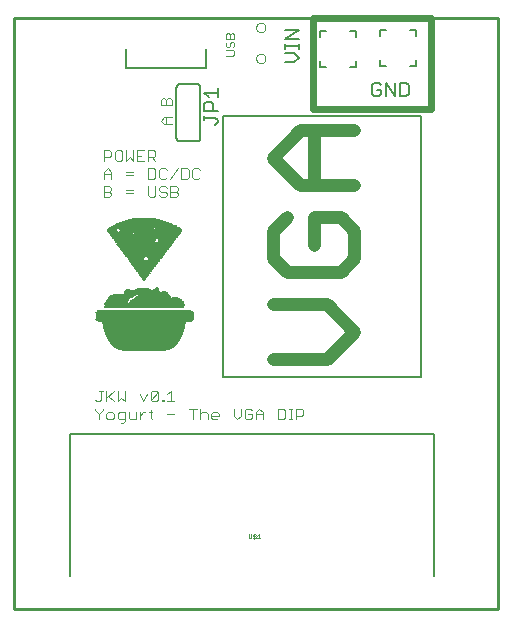
<source format=gto>
G75*
%MOIN*%
%OFA0B0*%
%FSLAX24Y24*%
%IPPOS*%
%LPD*%
%AMOC8*
5,1,8,0,0,1.08239X$1,22.5*
%
%ADD10C,0.0240*%
%ADD11C,0.0100*%
%ADD12C,0.0440*%
%ADD13C,0.0040*%
%ADD14C,0.0050*%
%ADD15C,0.0000*%
%ADD16C,0.0080*%
%ADD17C,0.0020*%
%ADD18C,0.0060*%
%ADD19R,0.1455X0.0013*%
%ADD20R,0.1573X0.0013*%
%ADD21R,0.1665X0.0013*%
%ADD22R,0.1731X0.0013*%
%ADD23R,0.1796X0.0013*%
%ADD24R,0.1849X0.0013*%
%ADD25R,0.1888X0.0013*%
%ADD26R,0.1927X0.0013*%
%ADD27R,0.1967X0.0013*%
%ADD28R,0.2006X0.0013*%
%ADD29R,0.2045X0.0013*%
%ADD30R,0.2071X0.0013*%
%ADD31R,0.2098X0.0013*%
%ADD32R,0.2137X0.0013*%
%ADD33R,0.2150X0.0013*%
%ADD34R,0.2176X0.0013*%
%ADD35R,0.2203X0.0013*%
%ADD36R,0.2229X0.0013*%
%ADD37R,0.2242X0.0013*%
%ADD38R,0.2268X0.0013*%
%ADD39R,0.2281X0.0013*%
%ADD40R,0.2307X0.0013*%
%ADD41R,0.2321X0.0013*%
%ADD42R,0.2334X0.0013*%
%ADD43R,0.2360X0.0013*%
%ADD44R,0.2373X0.0013*%
%ADD45R,0.2386X0.0013*%
%ADD46R,0.2399X0.0013*%
%ADD47R,0.2412X0.0013*%
%ADD48R,0.2439X0.0013*%
%ADD49R,0.2452X0.0013*%
%ADD50R,0.2465X0.0013*%
%ADD51R,0.2478X0.0013*%
%ADD52R,0.2491X0.0013*%
%ADD53R,0.2504X0.0013*%
%ADD54R,0.2517X0.0013*%
%ADD55R,0.2530X0.0013*%
%ADD56R,0.2543X0.0013*%
%ADD57R,0.2556X0.0013*%
%ADD58R,0.2570X0.0013*%
%ADD59R,0.2583X0.0013*%
%ADD60R,0.2596X0.0013*%
%ADD61R,0.2609X0.0013*%
%ADD62R,0.2622X0.0013*%
%ADD63R,0.2635X0.0013*%
%ADD64R,0.2648X0.0013*%
%ADD65R,0.2661X0.0013*%
%ADD66R,0.2674X0.0013*%
%ADD67R,0.2688X0.0013*%
%ADD68R,0.2701X0.0013*%
%ADD69R,0.2714X0.0013*%
%ADD70R,0.2727X0.0013*%
%ADD71R,0.2740X0.0013*%
%ADD72R,0.2753X0.0013*%
%ADD73R,0.2766X0.0013*%
%ADD74R,0.2779X0.0013*%
%ADD75R,0.2792X0.0013*%
%ADD76R,0.2806X0.0013*%
%ADD77R,0.3081X0.0013*%
%ADD78R,0.3146X0.0013*%
%ADD79R,0.3186X0.0013*%
%ADD80R,0.3225X0.0013*%
%ADD81R,0.3251X0.0013*%
%ADD82R,0.3264X0.0013*%
%ADD83R,0.3278X0.0013*%
%ADD84R,0.3238X0.0013*%
%ADD85R,0.3199X0.0013*%
%ADD86R,0.3160X0.0013*%
%ADD87R,0.3107X0.0013*%
%ADD88R,0.0774X0.0013*%
%ADD89R,0.0760X0.0013*%
%ADD90R,0.1822X0.0013*%
%ADD91R,0.0747X0.0013*%
%ADD92R,0.0734X0.0013*%
%ADD93R,0.1783X0.0013*%
%ADD94R,0.1770X0.0013*%
%ADD95R,0.1757X0.0013*%
%ADD96R,0.1704X0.0013*%
%ADD97R,0.1678X0.0013*%
%ADD98R,0.1639X0.0013*%
%ADD99R,0.1613X0.0013*%
%ADD100R,0.1586X0.0013*%
%ADD101R,0.1560X0.0013*%
%ADD102R,0.1508X0.0013*%
%ADD103R,0.1232X0.0013*%
%ADD104R,0.0184X0.0013*%
%ADD105R,0.1193X0.0013*%
%ADD106R,0.1180X0.0013*%
%ADD107R,0.1141X0.0013*%
%ADD108R,0.1101X0.0013*%
%ADD109R,0.1075X0.0013*%
%ADD110R,0.1036X0.0013*%
%ADD111R,0.1023X0.0013*%
%ADD112R,0.1009X0.0013*%
%ADD113R,0.0249X0.0013*%
%ADD114R,0.0446X0.0013*%
%ADD115R,0.1495X0.0013*%
%ADD116R,0.1481X0.0013*%
%ADD117R,0.1468X0.0013*%
%ADD118R,0.1442X0.0013*%
%ADD119R,0.1206X0.0013*%
%ADD120R,0.0197X0.0013*%
%ADD121R,0.0118X0.0013*%
%ADD122R,0.0052X0.0013*%
%ADD123R,0.1154X0.0013*%
%ADD124R,0.0210X0.0013*%
%ADD125R,0.0616X0.0013*%
%ADD126R,0.0144X0.0013*%
%ADD127R,0.0564X0.0013*%
%ADD128R,0.0026X0.0013*%
%ADD129R,0.0498X0.0013*%
%ADD130R,0.0170X0.0013*%
%ADD131R,0.0420X0.0013*%
%ADD132R,0.0341X0.0013*%
%ADD133R,0.0105X0.0013*%
%ADD134R,0.0066X0.0013*%
%ADD135R,0.0039X0.0013*%
%ADD136R,0.0013X0.0013*%
%ADD137R,0.0092X0.0013*%
%ADD138R,0.0223X0.0013*%
%ADD139R,0.0275X0.0013*%
%ADD140R,0.0302X0.0013*%
%ADD141R,0.0328X0.0013*%
%ADD142R,0.0354X0.0013*%
%ADD143R,0.0367X0.0013*%
%ADD144R,0.0380X0.0013*%
%ADD145R,0.0406X0.0013*%
%ADD146R,0.0433X0.0013*%
%ADD147R,0.0459X0.0013*%
%ADD148R,0.0485X0.0013*%
%ADD149R,0.0511X0.0013*%
%ADD150R,0.0538X0.0013*%
%ADD151R,0.0590X0.0013*%
%ADD152R,0.0642X0.0013*%
%ADD153R,0.0669X0.0013*%
%ADD154R,0.0695X0.0013*%
%ADD155R,0.0721X0.0013*%
%ADD156R,0.0800X0.0013*%
%ADD157R,0.0813X0.0013*%
%ADD158R,0.0826X0.0013*%
%ADD159R,0.0852X0.0013*%
%ADD160R,0.0878X0.0013*%
%ADD161R,0.0891X0.0013*%
%ADD162R,0.0905X0.0013*%
%ADD163R,0.0931X0.0013*%
%ADD164R,0.0957X0.0013*%
%ADD165R,0.0970X0.0013*%
%ADD166R,0.0983X0.0013*%
%ADD167R,0.0551X0.0013*%
%ADD168R,0.0524X0.0013*%
%ADD169R,0.0472X0.0013*%
%ADD170R,0.0629X0.0013*%
%ADD171R,0.1219X0.0013*%
%ADD172R,0.1245X0.0013*%
%ADD173R,0.1259X0.0013*%
%ADD174R,0.1272X0.0013*%
%ADD175R,0.1298X0.0013*%
%ADD176R,0.1324X0.0013*%
%ADD177R,0.1337X0.0013*%
%ADD178R,0.1350X0.0013*%
%ADD179R,0.1377X0.0013*%
%ADD180R,0.1403X0.0013*%
%ADD181R,0.1416X0.0013*%
%ADD182R,0.1429X0.0013*%
%ADD183R,0.1534X0.0013*%
%ADD184R,0.1547X0.0013*%
%ADD185R,0.1626X0.0013*%
%ADD186R,0.1652X0.0013*%
%ADD187R,0.1691X0.0013*%
%ADD188R,0.1744X0.0013*%
%ADD189R,0.1809X0.0013*%
%ADD190R,0.1862X0.0013*%
%ADD191R,0.1901X0.0013*%
%ADD192R,0.1940X0.0013*%
%ADD193R,0.1363X0.0013*%
%ADD194R,0.0577X0.0013*%
%ADD195R,0.0603X0.0013*%
%ADD196R,0.2111X0.0013*%
%ADD197R,0.2189X0.0013*%
%ADD198R,0.2216X0.0013*%
%ADD199R,0.2255X0.0013*%
%ADD200R,0.2294X0.0013*%
%ADD201R,0.1521X0.0013*%
%ADD202R,0.0839X0.0013*%
%ADD203R,0.2425X0.0013*%
%ADD204R,0.0315X0.0013*%
%ADD205R,0.2085X0.0013*%
%ADD206R,0.0787X0.0013*%
%ADD207R,0.2163X0.0013*%
%ADD208R,0.2124X0.0013*%
%ADD209R,0.2019X0.0013*%
%ADD210R,0.1953X0.0013*%
%ADD211R,0.1717X0.0013*%
%ADD212R,0.1599X0.0013*%
%ADD213R,0.1114X0.0013*%
D10*
X014464Y019729D02*
X018401Y019729D01*
X018401Y022760D01*
X014464Y022760D01*
X014464Y019729D01*
D11*
X004503Y022760D02*
X004503Y003075D01*
X020645Y003075D01*
X020645Y022760D01*
X004503Y022760D01*
D12*
X013146Y018110D02*
X014050Y019014D01*
X015858Y019014D01*
X014502Y019014D02*
X014502Y017206D01*
X014050Y017206D02*
X013146Y018110D01*
X014050Y017206D02*
X015858Y017206D01*
X015406Y016114D02*
X014502Y016114D01*
X014502Y015210D01*
X015406Y016114D02*
X015858Y015662D01*
X015858Y014758D01*
X015406Y014306D01*
X013598Y014306D01*
X013146Y014758D01*
X013146Y015662D01*
X013598Y016114D01*
X013146Y013214D02*
X014954Y013214D01*
X015858Y012310D01*
X014954Y011406D01*
X013146Y011406D01*
D13*
X013305Y009739D02*
X013485Y009739D01*
X013545Y009679D01*
X013545Y009439D01*
X013485Y009379D01*
X013305Y009379D01*
X013305Y009739D01*
X013673Y009739D02*
X013793Y009739D01*
X013733Y009739D02*
X013733Y009379D01*
X013673Y009379D02*
X013793Y009379D01*
X013919Y009379D02*
X013919Y009739D01*
X014099Y009739D01*
X014159Y009679D01*
X014159Y009559D01*
X014099Y009499D01*
X013919Y009499D01*
X012808Y009559D02*
X012568Y009559D01*
X012568Y009619D02*
X012688Y009739D01*
X012808Y009619D01*
X012808Y009379D01*
X012568Y009379D02*
X012568Y009619D01*
X012440Y009559D02*
X012320Y009559D01*
X012440Y009559D02*
X012440Y009439D01*
X012380Y009379D01*
X012260Y009379D01*
X012200Y009439D01*
X012200Y009679D01*
X012260Y009739D01*
X012380Y009739D01*
X012440Y009679D01*
X012072Y009739D02*
X012072Y009499D01*
X011952Y009379D01*
X011831Y009499D01*
X011831Y009739D01*
X011335Y009559D02*
X011335Y009499D01*
X011095Y009499D01*
X011095Y009559D02*
X011155Y009619D01*
X011275Y009619D01*
X011335Y009559D01*
X011275Y009379D02*
X011155Y009379D01*
X011095Y009439D01*
X011095Y009559D01*
X010967Y009559D02*
X010967Y009379D01*
X010967Y009559D02*
X010907Y009619D01*
X010787Y009619D01*
X010727Y009559D01*
X010727Y009739D02*
X010727Y009379D01*
X010478Y009379D02*
X010478Y009739D01*
X010358Y009739D02*
X010598Y009739D01*
X009862Y009559D02*
X009622Y009559D01*
X009622Y009979D02*
X009862Y009979D01*
X009742Y009979D02*
X009742Y010339D01*
X009622Y010219D01*
X009497Y010039D02*
X009437Y010039D01*
X009437Y009979D01*
X009497Y009979D01*
X009497Y010039D01*
X009309Y010039D02*
X009309Y010279D01*
X009069Y010039D01*
X009129Y009979D01*
X009249Y009979D01*
X009309Y010039D01*
X009069Y010039D02*
X009069Y010279D01*
X009129Y010339D01*
X009249Y010339D01*
X009309Y010279D01*
X008941Y010219D02*
X008821Y009979D01*
X008701Y010219D01*
X008204Y010339D02*
X008204Y009979D01*
X008084Y010099D01*
X007964Y009979D01*
X007964Y010339D01*
X007836Y010339D02*
X007596Y010099D01*
X007656Y010159D02*
X007836Y009979D01*
X007596Y009979D02*
X007596Y010339D01*
X007468Y010339D02*
X007348Y010339D01*
X007408Y010339D02*
X007408Y010039D01*
X007348Y009979D01*
X007288Y009979D01*
X007228Y010039D01*
X007228Y009739D02*
X007228Y009679D01*
X007348Y009559D01*
X007348Y009379D01*
X007348Y009559D02*
X007468Y009679D01*
X007468Y009739D01*
X007596Y009559D02*
X007596Y009439D01*
X007656Y009379D01*
X007776Y009379D01*
X007836Y009439D01*
X007836Y009559D01*
X007776Y009619D01*
X007656Y009619D01*
X007596Y009559D01*
X007964Y009559D02*
X007964Y009439D01*
X008024Y009379D01*
X008204Y009379D01*
X008204Y009319D02*
X008204Y009619D01*
X008024Y009619D01*
X007964Y009559D01*
X008084Y009259D02*
X008144Y009259D01*
X008204Y009319D01*
X008332Y009439D02*
X008393Y009379D01*
X008573Y009379D01*
X008573Y009619D01*
X008701Y009619D02*
X008701Y009379D01*
X008701Y009499D02*
X008821Y009619D01*
X008881Y009619D01*
X009008Y009619D02*
X009128Y009619D01*
X009068Y009679D02*
X009068Y009439D01*
X009128Y009379D01*
X008332Y009439D02*
X008332Y009619D01*
X007695Y016796D02*
X007515Y016796D01*
X007515Y017157D01*
X007695Y017157D01*
X007755Y017096D01*
X007755Y017036D01*
X007695Y016976D01*
X007515Y016976D01*
X007695Y016976D02*
X007755Y016916D01*
X007755Y016856D01*
X007695Y016796D01*
X008252Y016916D02*
X008492Y016916D01*
X008492Y017036D02*
X008252Y017036D01*
X008252Y017516D02*
X008492Y017516D01*
X008492Y017636D02*
X008252Y017636D01*
X008252Y017996D02*
X008372Y018116D01*
X008492Y017996D01*
X008492Y018357D01*
X008620Y018357D02*
X008620Y017996D01*
X008860Y017996D01*
X008989Y017996D02*
X008989Y018357D01*
X009169Y018357D01*
X009229Y018296D01*
X009229Y018176D01*
X009169Y018116D01*
X008989Y018116D01*
X009109Y018116D02*
X009229Y017996D01*
X009169Y017757D02*
X008989Y017757D01*
X008989Y017396D01*
X009169Y017396D01*
X009229Y017456D01*
X009229Y017696D01*
X009169Y017757D01*
X009357Y017696D02*
X009357Y017456D01*
X009417Y017396D01*
X009537Y017396D01*
X009597Y017456D01*
X009725Y017396D02*
X009965Y017757D01*
X010093Y017757D02*
X010274Y017757D01*
X010334Y017696D01*
X010334Y017456D01*
X010274Y017396D01*
X010093Y017396D01*
X010093Y017757D01*
X010462Y017696D02*
X010462Y017456D01*
X010522Y017396D01*
X010642Y017396D01*
X010702Y017456D01*
X010702Y017696D02*
X010642Y017757D01*
X010522Y017757D01*
X010462Y017696D01*
X009905Y017157D02*
X009965Y017096D01*
X009965Y017036D01*
X009905Y016976D01*
X009725Y016976D01*
X009597Y016916D02*
X009597Y016856D01*
X009537Y016796D01*
X009417Y016796D01*
X009357Y016856D01*
X009229Y016856D02*
X009229Y017157D01*
X009357Y017096D02*
X009357Y017036D01*
X009417Y016976D01*
X009537Y016976D01*
X009597Y016916D01*
X009725Y016796D02*
X009905Y016796D01*
X009965Y016856D01*
X009965Y016916D01*
X009905Y016976D01*
X009905Y017157D02*
X009725Y017157D01*
X009725Y016796D01*
X009597Y017096D02*
X009537Y017157D01*
X009417Y017157D01*
X009357Y017096D01*
X009229Y016856D02*
X009169Y016796D01*
X009049Y016796D01*
X008989Y016856D01*
X008989Y017157D01*
X009357Y017696D02*
X009417Y017757D01*
X009537Y017757D01*
X009597Y017696D01*
X008860Y018357D02*
X008620Y018357D01*
X008620Y018176D02*
X008740Y018176D01*
X008252Y018357D02*
X008252Y017996D01*
X008124Y018056D02*
X008124Y018296D01*
X008064Y018357D01*
X007944Y018357D01*
X007884Y018296D01*
X007884Y018056D01*
X007944Y017996D01*
X008064Y017996D01*
X008124Y018056D01*
X007755Y018176D02*
X007695Y018116D01*
X007515Y018116D01*
X007515Y017996D02*
X007515Y018357D01*
X007695Y018357D01*
X007755Y018296D01*
X007755Y018176D01*
X007635Y017757D02*
X007515Y017636D01*
X007515Y017396D01*
X007515Y017576D02*
X007755Y017576D01*
X007755Y017636D02*
X007755Y017396D01*
X007755Y017636D02*
X007635Y017757D01*
X009405Y019343D02*
X009525Y019463D01*
X009765Y019463D01*
X009585Y019463D02*
X009585Y019223D01*
X009525Y019223D02*
X009405Y019343D01*
X009525Y019223D02*
X009765Y019223D01*
X009765Y019853D02*
X009405Y019853D01*
X009405Y020033D01*
X009465Y020093D01*
X009525Y020093D01*
X009585Y020033D01*
X009585Y019853D01*
X009765Y019853D02*
X009765Y020033D01*
X009705Y020093D01*
X009645Y020093D01*
X009585Y020033D01*
D14*
X010855Y019890D02*
X010855Y019665D01*
X011305Y019665D01*
X011155Y019665D02*
X011155Y019890D01*
X011080Y019965D01*
X010930Y019965D01*
X010855Y019890D01*
X011005Y020125D02*
X010855Y020276D01*
X011305Y020276D01*
X011305Y020426D02*
X011305Y020125D01*
X011486Y019492D02*
X018086Y019492D01*
X018086Y010792D01*
X011486Y010792D01*
X011486Y019492D01*
X011305Y019355D02*
X011230Y019430D01*
X010855Y019430D01*
X010855Y019355D02*
X010855Y019505D01*
X011305Y019355D02*
X011305Y019280D01*
X011230Y019205D01*
X013553Y021280D02*
X013854Y021280D01*
X014004Y021430D01*
X013854Y021580D01*
X013553Y021580D01*
X013553Y021740D02*
X013553Y021890D01*
X013553Y021815D02*
X014004Y021815D01*
X014004Y021740D02*
X014004Y021890D01*
X014004Y022047D02*
X013553Y022047D01*
X014004Y022348D01*
X013553Y022348D01*
X016448Y020525D02*
X016448Y020225D01*
X016523Y020150D01*
X016673Y020150D01*
X016748Y020225D01*
X016748Y020375D01*
X016598Y020375D01*
X016748Y020525D02*
X016673Y020600D01*
X016523Y020600D01*
X016448Y020525D01*
X016908Y020600D02*
X016908Y020150D01*
X017208Y020150D02*
X017208Y020600D01*
X017369Y020600D02*
X017594Y020600D01*
X017669Y020525D01*
X017669Y020225D01*
X017594Y020150D01*
X017369Y020150D01*
X017369Y020600D01*
X016908Y020600D02*
X017208Y020150D01*
X020645Y022760D02*
X004503Y022760D01*
D15*
X012582Y022440D02*
X012584Y022465D01*
X012590Y022489D01*
X012599Y022511D01*
X012612Y022532D01*
X012628Y022551D01*
X012647Y022567D01*
X012668Y022580D01*
X012690Y022589D01*
X012714Y022595D01*
X012739Y022597D01*
X012764Y022595D01*
X012788Y022589D01*
X012810Y022580D01*
X012831Y022567D01*
X012850Y022551D01*
X012866Y022532D01*
X012879Y022511D01*
X012888Y022489D01*
X012894Y022465D01*
X012896Y022440D01*
X012894Y022415D01*
X012888Y022391D01*
X012879Y022369D01*
X012866Y022348D01*
X012850Y022329D01*
X012831Y022313D01*
X012810Y022300D01*
X012788Y022291D01*
X012764Y022285D01*
X012739Y022283D01*
X012714Y022285D01*
X012690Y022291D01*
X012668Y022300D01*
X012647Y022313D01*
X012628Y022329D01*
X012612Y022348D01*
X012599Y022369D01*
X012590Y022391D01*
X012584Y022415D01*
X012582Y022440D01*
X012582Y021417D02*
X012584Y021442D01*
X012590Y021466D01*
X012599Y021488D01*
X012612Y021509D01*
X012628Y021528D01*
X012647Y021544D01*
X012668Y021557D01*
X012690Y021566D01*
X012714Y021572D01*
X012739Y021574D01*
X012764Y021572D01*
X012788Y021566D01*
X012810Y021557D01*
X012831Y021544D01*
X012850Y021528D01*
X012866Y021509D01*
X012879Y021488D01*
X012888Y021466D01*
X012894Y021442D01*
X012896Y021417D01*
X012894Y021392D01*
X012888Y021368D01*
X012879Y021346D01*
X012866Y021325D01*
X012850Y021306D01*
X012831Y021290D01*
X012810Y021277D01*
X012788Y021268D01*
X012764Y021262D01*
X012739Y021260D01*
X012714Y021262D01*
X012690Y021268D01*
X012668Y021277D01*
X012647Y021290D01*
X012628Y021306D01*
X012612Y021325D01*
X012599Y021346D01*
X012590Y021368D01*
X012584Y021392D01*
X012582Y021417D01*
D16*
X010920Y021717D02*
X010920Y021087D01*
X008243Y021087D01*
X008243Y021717D01*
X008243Y022741D02*
X010920Y022741D01*
X006390Y008895D02*
X018516Y008895D01*
X018516Y004159D01*
X006390Y004159D02*
X006390Y008895D01*
D17*
X012334Y005554D02*
X012334Y005437D01*
X012357Y005414D01*
X012404Y005414D01*
X012428Y005437D01*
X012428Y005554D01*
X012481Y005531D02*
X012505Y005554D01*
X012552Y005554D01*
X012575Y005531D01*
X012552Y005484D02*
X012505Y005484D01*
X012481Y005507D01*
X012481Y005531D01*
X012528Y005577D02*
X012528Y005391D01*
X012505Y005414D02*
X012552Y005414D01*
X012575Y005437D01*
X012575Y005461D01*
X012552Y005484D01*
X012629Y005507D02*
X012675Y005554D01*
X012675Y005414D01*
X012629Y005414D02*
X012722Y005414D01*
X012505Y005414D02*
X012481Y005437D01*
X011813Y021509D02*
X011580Y021509D01*
X011580Y021696D02*
X011813Y021696D01*
X011860Y021649D01*
X011860Y021555D01*
X011813Y021509D01*
X011813Y021785D02*
X011860Y021832D01*
X011860Y021925D01*
X011813Y021972D01*
X011767Y021972D01*
X011720Y021925D01*
X011720Y021832D01*
X011673Y021785D01*
X011627Y021785D01*
X011580Y021832D01*
X011580Y021925D01*
X011627Y021972D01*
X011580Y022061D02*
X011580Y022201D01*
X011627Y022248D01*
X011673Y022248D01*
X011720Y022201D01*
X011720Y022061D01*
X011860Y022061D02*
X011860Y022201D01*
X011813Y022248D01*
X011767Y022248D01*
X011720Y022201D01*
X011860Y022061D02*
X011580Y022061D01*
D18*
X010630Y020561D02*
X010030Y020561D01*
X010013Y020559D01*
X009996Y020555D01*
X009980Y020548D01*
X009966Y020538D01*
X009953Y020525D01*
X009943Y020511D01*
X009936Y020495D01*
X009932Y020478D01*
X009930Y020461D01*
X009930Y018761D01*
X009932Y018744D01*
X009936Y018727D01*
X009943Y018711D01*
X009953Y018697D01*
X009966Y018684D01*
X009980Y018674D01*
X009996Y018667D01*
X010013Y018663D01*
X010030Y018661D01*
X010630Y018661D01*
X010647Y018663D01*
X010664Y018667D01*
X010680Y018674D01*
X010694Y018684D01*
X010707Y018697D01*
X010717Y018711D01*
X010724Y018727D01*
X010728Y018744D01*
X010730Y018761D01*
X010730Y020461D01*
X010728Y020478D01*
X010724Y020495D01*
X010717Y020511D01*
X010707Y020525D01*
X010694Y020538D01*
X010680Y020548D01*
X010664Y020555D01*
X010647Y020559D01*
X010630Y020561D01*
X014730Y021137D02*
X014730Y021337D01*
X014730Y021137D02*
X014930Y021137D01*
X015730Y021137D02*
X015930Y021137D01*
X015930Y021337D01*
X016698Y021376D02*
X016698Y021176D01*
X016898Y021176D01*
X017698Y021176D02*
X017898Y021176D01*
X017898Y021376D01*
X017898Y022176D02*
X017898Y022376D01*
X017698Y022376D01*
X016898Y022376D02*
X016698Y022376D01*
X016698Y022176D01*
X015930Y022137D02*
X015930Y022337D01*
X015730Y022337D01*
X014930Y022337D02*
X014730Y022337D01*
X014730Y022137D01*
D19*
X008858Y015958D03*
X008858Y014949D03*
X008858Y011671D03*
D20*
X008852Y011684D03*
X008865Y015027D03*
D21*
X008858Y015093D03*
X008858Y015919D03*
X008858Y011697D03*
D22*
X008852Y011711D03*
X009258Y013310D03*
X008865Y015132D03*
D23*
X008858Y015893D03*
X009265Y013258D03*
X008858Y011724D03*
D24*
X008858Y011737D03*
X009252Y013218D03*
X008858Y015211D03*
X008858Y015880D03*
D25*
X008865Y015237D03*
X008852Y011750D03*
D26*
X008858Y011763D03*
X008858Y015263D03*
D27*
X008852Y011776D03*
D28*
X008858Y011789D03*
D29*
X008852Y011802D03*
D30*
X008852Y011815D03*
X009049Y015617D03*
X009062Y015631D03*
X009075Y015644D03*
X009075Y015657D03*
X008865Y015827D03*
D31*
X009062Y015709D03*
X009075Y015696D03*
X009088Y015683D03*
X008865Y015381D03*
X008852Y011829D03*
D32*
X008858Y011842D03*
X008858Y015408D03*
D33*
X008865Y015421D03*
X008852Y011855D03*
D34*
X008852Y011868D03*
X008865Y015434D03*
D35*
X008852Y011881D03*
D36*
X008852Y011894D03*
X008865Y015473D03*
D37*
X008858Y011907D03*
D38*
X008858Y011920D03*
X008858Y015499D03*
X008858Y015775D03*
D39*
X008852Y011933D03*
D40*
X008852Y011947D03*
X008865Y015526D03*
D41*
X008858Y011960D03*
D42*
X008852Y011973D03*
X008865Y015539D03*
D43*
X008852Y011986D03*
D44*
X008858Y011999D03*
D45*
X008852Y012012D03*
D46*
X008858Y012025D03*
D47*
X008852Y012038D03*
D48*
X008852Y012051D03*
D49*
X008858Y012065D03*
D50*
X008852Y012078D03*
D51*
X008858Y012091D03*
D52*
X008852Y012104D03*
D53*
X008858Y012117D03*
D54*
X008852Y012130D03*
X008852Y012143D03*
D55*
X008858Y012156D03*
D56*
X008852Y012169D03*
D57*
X008858Y012183D03*
D58*
X008852Y012196D03*
X008852Y012209D03*
D59*
X008858Y012222D03*
D60*
X008852Y012235D03*
D61*
X008858Y012248D03*
X008858Y012261D03*
D62*
X008852Y012274D03*
D63*
X008858Y012287D03*
X008858Y012301D03*
D64*
X008852Y012314D03*
X008852Y012327D03*
X008865Y013205D03*
D65*
X008858Y013192D03*
X008858Y013179D03*
X008858Y012340D03*
D66*
X008852Y012353D03*
X008852Y012366D03*
X008865Y013153D03*
X008865Y013166D03*
D67*
X008858Y013140D03*
X008858Y013126D03*
X008858Y013113D03*
X008858Y013100D03*
X008858Y012379D03*
D68*
X008852Y012392D03*
X008852Y012405D03*
D69*
X008858Y012419D03*
X008858Y012432D03*
D70*
X008852Y012445D03*
X008852Y012458D03*
D71*
X008858Y012471D03*
X008858Y012484D03*
D72*
X008852Y012497D03*
X008852Y012510D03*
X008852Y012523D03*
D73*
X008858Y012536D03*
X008858Y012550D03*
D74*
X008852Y012563D03*
X008852Y012576D03*
D75*
X008858Y012589D03*
X008858Y012602D03*
D76*
X008852Y012615D03*
D77*
X008858Y012628D03*
D78*
X008865Y012641D03*
D79*
X008858Y012654D03*
D80*
X008865Y012668D03*
X008865Y012681D03*
X008865Y012956D03*
D81*
X008865Y012930D03*
X008865Y012694D03*
D82*
X008858Y012707D03*
X008858Y012917D03*
D83*
X008865Y012904D03*
X008865Y012890D03*
X008865Y012877D03*
X008865Y012864D03*
X008865Y012851D03*
X008865Y012838D03*
X008865Y012825D03*
X008865Y012812D03*
X008865Y012799D03*
X008865Y012786D03*
X008865Y012772D03*
X008865Y012759D03*
X008865Y012746D03*
X008865Y012733D03*
X008865Y012720D03*
D84*
X008858Y012943D03*
D85*
X008865Y012969D03*
D86*
X008858Y012982D03*
D87*
X008858Y012995D03*
D88*
X008164Y013507D03*
X008137Y013494D03*
X008124Y013480D03*
X008098Y013467D03*
X008085Y013454D03*
X008072Y013441D03*
X008046Y013428D03*
X007928Y013218D03*
X008858Y014490D03*
D89*
X008196Y013520D03*
X008026Y013415D03*
X007921Y013231D03*
D90*
X009265Y013231D03*
X009265Y013244D03*
X008858Y015198D03*
D91*
X008858Y014477D03*
X008019Y013402D03*
X008006Y013389D03*
X007993Y013376D03*
X007980Y013362D03*
X007980Y013349D03*
X007967Y013336D03*
X007954Y013310D03*
X007941Y013297D03*
X007941Y013284D03*
X007928Y013258D03*
X007928Y013244D03*
D92*
X007934Y013271D03*
X007960Y013323D03*
X008865Y014464D03*
D93*
X008865Y015172D03*
X009258Y013271D03*
D94*
X009265Y013284D03*
X008858Y015159D03*
D95*
X009258Y013297D03*
D96*
X009258Y013323D03*
X008865Y015119D03*
D97*
X009271Y013336D03*
D98*
X009278Y013349D03*
D99*
X009265Y013362D03*
X008858Y015054D03*
D100*
X008858Y015041D03*
X009265Y013376D03*
D101*
X009265Y013389D03*
X008426Y015722D03*
D102*
X008439Y015749D03*
X009278Y015552D03*
X009291Y015565D03*
X008858Y014988D03*
X009265Y013402D03*
D103*
X009140Y013415D03*
D104*
X009888Y013415D03*
D105*
X009147Y013428D03*
D106*
X009153Y013441D03*
X008786Y013612D03*
X008786Y013625D03*
X008786Y013638D03*
D107*
X008793Y013664D03*
X009160Y013454D03*
D108*
X009167Y013467D03*
D109*
X009180Y013480D03*
D110*
X009186Y013494D03*
X009160Y013533D03*
X008858Y016024D03*
D111*
X009180Y013507D03*
D112*
X009173Y013520D03*
X008858Y014647D03*
D113*
X008858Y014136D03*
X007993Y013533D03*
D114*
X008380Y013533D03*
X009206Y014726D03*
X009206Y014739D03*
D115*
X008865Y014975D03*
X008459Y015762D03*
X008917Y013546D03*
D116*
X008911Y013559D03*
X008858Y014962D03*
D117*
X008904Y013572D03*
D118*
X008904Y013585D03*
D119*
X008786Y013598D03*
D120*
X009252Y013690D03*
X009514Y013598D03*
X008858Y014097D03*
D121*
X008858Y014044D03*
X009265Y013730D03*
X009527Y013612D03*
D122*
X009534Y013625D03*
D123*
X008786Y013651D03*
D124*
X008839Y013743D03*
X009245Y013677D03*
X008327Y013677D03*
D125*
X008806Y013677D03*
X008858Y014385D03*
D126*
X008858Y014070D03*
X008858Y014057D03*
X009265Y013716D03*
X008308Y013690D03*
D127*
X008806Y013690D03*
X008858Y014346D03*
X008570Y014739D03*
X009606Y015342D03*
D128*
X008288Y013703D03*
D129*
X008813Y013703D03*
D130*
X008858Y014084D03*
X009252Y013703D03*
D131*
X008826Y013716D03*
X009180Y014673D03*
X009180Y014687D03*
X009193Y014700D03*
D132*
X008826Y013730D03*
X007764Y015683D03*
X007790Y015709D03*
D133*
X009271Y013743D03*
D134*
X009278Y013756D03*
X008858Y014005D03*
X008858Y014018D03*
D135*
X008858Y013992D03*
X009278Y013769D03*
D136*
X008858Y013979D03*
D137*
X008858Y014031D03*
D138*
X008858Y014110D03*
X008858Y014123D03*
D139*
X008858Y014149D03*
D140*
X008858Y014162D03*
X008858Y014175D03*
D141*
X008858Y014188D03*
X007770Y015657D03*
X007770Y015670D03*
D142*
X007770Y015696D03*
X008858Y014201D03*
D143*
X008865Y014215D03*
D144*
X008858Y014228D03*
D145*
X008858Y014241D03*
D146*
X008858Y014254D03*
X008858Y014267D03*
X009160Y014660D03*
X009199Y014713D03*
X008858Y016076D03*
D147*
X008858Y014280D03*
D148*
X008858Y014293D03*
X009212Y014765D03*
D149*
X008858Y014319D03*
X008858Y014306D03*
D150*
X008858Y014333D03*
X008596Y014687D03*
X008583Y014700D03*
X009580Y015303D03*
X009593Y015316D03*
D151*
X008570Y014765D03*
X008570Y014752D03*
X008858Y014372D03*
X008858Y014359D03*
D152*
X008858Y014398D03*
X008858Y016063D03*
D153*
X008858Y014424D03*
X008858Y014411D03*
D154*
X008858Y014437D03*
D155*
X008858Y014451D03*
D156*
X008858Y014503D03*
X008085Y015565D03*
X009645Y015749D03*
D157*
X009652Y015735D03*
X008865Y014516D03*
X008092Y015552D03*
X008078Y015578D03*
D158*
X008858Y014529D03*
D159*
X008858Y014542D03*
X009658Y015722D03*
D160*
X008858Y014555D03*
D161*
X008865Y014569D03*
D162*
X008858Y014582D03*
X008858Y016037D03*
D163*
X008858Y014595D03*
D164*
X008858Y014608D03*
D165*
X008865Y014621D03*
D166*
X008858Y014634D03*
D167*
X008616Y014660D03*
X008577Y014713D03*
X008577Y014726D03*
X009573Y015290D03*
X009599Y015329D03*
D168*
X009206Y014778D03*
X008603Y014673D03*
D169*
X009206Y014752D03*
D170*
X008577Y014778D03*
D171*
X008858Y014791D03*
X008858Y015998D03*
D172*
X008858Y014805D03*
D173*
X008865Y014818D03*
D174*
X008858Y014831D03*
D175*
X008858Y014844D03*
X008858Y015984D03*
D176*
X008858Y014857D03*
D177*
X008865Y014870D03*
D178*
X008858Y014883D03*
X008544Y015316D03*
D179*
X008531Y015342D03*
X008858Y014896D03*
X008858Y015971D03*
D180*
X008531Y015355D03*
X008858Y014909D03*
D181*
X008865Y014923D03*
X008537Y015368D03*
D182*
X008858Y014936D03*
D183*
X008858Y015001D03*
X008426Y015735D03*
X008858Y015945D03*
D184*
X009298Y015591D03*
X008865Y015014D03*
D185*
X008865Y015067D03*
D186*
X008865Y015080D03*
D187*
X008858Y015106D03*
D188*
X008858Y015145D03*
D189*
X008865Y015185D03*
D190*
X008865Y015224D03*
D191*
X008858Y015250D03*
X008858Y015866D03*
D192*
X008865Y015277D03*
D193*
X008563Y015290D03*
X008550Y015303D03*
X008537Y015329D03*
D194*
X009599Y015355D03*
D195*
X009599Y015368D03*
D196*
X008858Y015395D03*
D197*
X008858Y015447D03*
D198*
X008858Y015460D03*
X008858Y015788D03*
D199*
X008865Y015486D03*
D200*
X008858Y015513D03*
D201*
X009298Y015578D03*
D202*
X008078Y015591D03*
D203*
X008858Y015604D03*
D204*
X007803Y015617D03*
X007790Y015631D03*
X007777Y015644D03*
D205*
X009081Y015670D03*
D206*
X008852Y016050D03*
X009625Y015762D03*
D207*
X008858Y015801D03*
D208*
X008865Y015814D03*
D209*
X008865Y015840D03*
D210*
X008858Y015853D03*
D211*
X008858Y015906D03*
D212*
X008865Y015932D03*
D213*
X008858Y016011D03*
M02*

</source>
